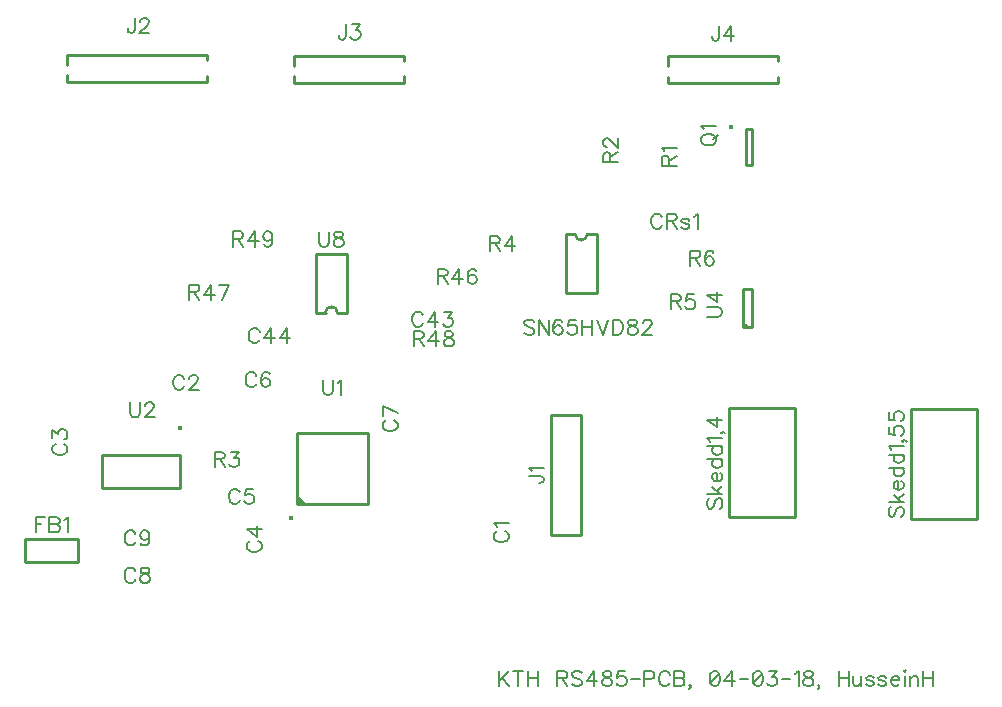
<source format=gto>
G04 DipTrace 3.2.0.1*
G04 RS-485_PCB.GTO*
%MOMM*%
G04 #@! TF.FileFunction,Legend,Top*
G04 #@! TF.Part,Single*
%ADD10C,0.25*%
%ADD24O,0.39172X0.39127*%
%ADD29O,0.399X0.401*%
%ADD32O,0.39124X0.39193*%
%ADD80C,0.19608*%
%FSLAX35Y35*%
G04*
G71*
G90*
G75*
G01*
G04 TopSilk*
%LPD*%
X2271267Y2514150D2*
D10*
X2716467D1*
Y2323350D1*
X2271267D1*
Y2514150D1*
X6973887Y3562033D2*
X6719887D1*
X6973887Y2546033D2*
Y3562033D1*
X6719887Y2546033D2*
Y3562033D1*
X6973887Y2546033D2*
X6719887D1*
X3805407Y6616648D2*
X2625380D1*
Y6531713D2*
Y6616648D1*
X3805407Y6386658D2*
Y6436658D1*
X2625380Y6386658D2*
Y6441626D1*
X3805407Y6386658D2*
X2625380D1*
X3805407Y6571662D2*
Y6616648D1*
X5476947Y6609360D2*
X4546947D1*
Y6524444D2*
Y6609360D1*
X5476947Y6379360D2*
Y6434353D1*
X4546947Y6379360D2*
Y6434353D1*
X5476947Y6379360D2*
X4546947D1*
X5476947Y6564372D2*
Y6609360D1*
X8639843Y6606730D2*
X7709843D1*
Y6521814D2*
Y6606730D1*
X8639843Y6376730D2*
Y6431723D1*
X7709843Y6376730D2*
Y6431723D1*
X8639843Y6376730D2*
X7709843D1*
X8639843Y6561742D2*
Y6606730D1*
D24*
X8246289Y6006783D3*
X8373650Y5983413D2*
D10*
Y5683427D1*
X8423650D1*
Y5983413D1*
X8373650D1*
X8791263Y3628507D2*
X8231263D1*
Y2698507D1*
X8791263D1*
Y3628507D1*
X10325843Y3617037D2*
X9765843D1*
Y2687037D1*
X10325843D1*
Y3617037D1*
X6848602Y5096592D2*
Y4596582D1*
X7108638Y5096592D2*
Y4596582D1*
X6848602D2*
X7108638D1*
X6928596Y5096592D2*
X6848602D1*
X7028644D2*
X7108638D1*
X6928596D2*
G03X7028644Y5096592I50024J23D01*
G01*
X4569447Y2813397D2*
X5169447D1*
Y3413597D1*
X4569447D1*
Y2813397D1*
G36*
D2*
X4649447D1*
X4569447Y2893497D1*
Y2813397D1*
G37*
D29*
X4524397Y2693447D3*
D32*
X3580096Y3455680D3*
X3582736Y3228986D2*
D10*
X2922768D1*
X3582736Y2948987D2*
X2922768D1*
Y3228986D2*
Y2948987D1*
X3582736Y3228986D2*
Y2948987D1*
X8345036Y4309180D2*
X8425064D1*
Y4629180D1*
X8345036D1*
Y4309180D1*
X8365043Y4324188D2*
X8365055Y4324536D1*
X8365092Y4324883D1*
X8365152Y4325226D1*
X8365237Y4325564D1*
X8365345Y4325895D1*
X8365475Y4326218D1*
X8365628Y4326532D1*
X8365803Y4326833D1*
X8365998Y4327122D1*
X8366213Y4327397D1*
X8366447Y4327656D1*
X8366698Y4327898D1*
X8366965Y4328122D1*
X8367248Y4328327D1*
X8367544Y4328511D1*
X8367852Y4328675D1*
X8368171Y4328817D1*
X8368499Y4328936D1*
X8368835Y4329032D1*
X8369176Y4329104D1*
X8369522Y4329153D1*
X8369870Y4329177D1*
X8370219D1*
X8370568Y4329153D1*
X8370913Y4329104D1*
X8371255Y4329032D1*
X8371590Y4328936D1*
X8371918Y4328817D1*
X8372237Y4328675D1*
X8372546Y4328511D1*
X8372842Y4328327D1*
X8373124Y4328122D1*
X8373392Y4327898D1*
X8373643Y4327656D1*
X8373876Y4327397D1*
X8374091Y4327122D1*
X8374286Y4326833D1*
X8374461Y4326532D1*
X8374614Y4326218D1*
X8374745Y4325895D1*
X8374853Y4325564D1*
X8374937Y4325226D1*
X8374998Y4324883D1*
X8375034Y4324536D1*
X8375047Y4324188D1*
X8375034Y4323840D1*
X8374998Y4323493D1*
X8374937Y4323150D1*
X8374853Y4322812D1*
X8374745Y4322481D1*
X8374614Y4322158D1*
X8374461Y4321844D1*
X8374286Y4321543D1*
X8374091Y4321254D1*
X8373876Y4320979D1*
X8373643Y4320720D1*
X8373392Y4320478D1*
X8373124Y4320254D1*
X8372842Y4320049D1*
X8372546Y4319865D1*
X8372237Y4319701D1*
X8371918Y4319559D1*
X8371590Y4319440D1*
X8371255Y4319344D1*
X8370913Y4319272D1*
X8370568Y4319223D1*
X8370219Y4319199D1*
X8369870D1*
X8369522Y4319223D1*
X8369176Y4319272D1*
X8368835Y4319344D1*
X8368499Y4319440D1*
X8368171Y4319559D1*
X8367852Y4319701D1*
X8367544Y4319865D1*
X8367248Y4320049D1*
X8366965Y4320254D1*
X8366698Y4320478D1*
X8366447Y4320720D1*
X8366213Y4320979D1*
X8365998Y4321254D1*
X8365803Y4321543D1*
X8365628Y4321844D1*
X8365475Y4322158D1*
X8365345Y4322481D1*
X8365237Y4322812D1*
X8365152Y4323150D1*
X8365092Y4323493D1*
X8365055Y4323840D1*
X8365043Y4324188D1*
X4992768Y4432752D2*
Y4932762D1*
X4732732Y4432752D2*
Y4932762D1*
X4992768D2*
X4732732D1*
X4912774Y4432752D2*
X4992768D1*
X4812726D2*
X4732732D1*
X4912774D2*
G03X4812726Y4432752I-50024J-23D01*
G01*
X6266640Y2580685D2*
D80*
X6254567Y2574649D1*
X6242353Y2562436D1*
X6236317Y2550362D1*
Y2526076D1*
X6242353Y2513862D1*
X6254567Y2501789D1*
X6266640Y2495612D1*
X6284890Y2489576D1*
X6315353D1*
X6333463Y2495612D1*
X6345676Y2501789D1*
X6357750Y2513862D1*
X6363926Y2526076D1*
Y2550362D1*
X6357750Y2562435D1*
X6345676Y2574649D1*
X6333463Y2580685D1*
X6260744Y2619901D2*
X6254567Y2632115D1*
X6236457Y2650365D1*
X6363926Y2650364D1*
X3614504Y3874284D2*
X3608467Y3886357D1*
X3596254Y3898570D1*
X3584181Y3904607D1*
X3559894D1*
X3547681Y3898570D1*
X3535608Y3886357D1*
X3529431Y3874284D1*
X3523394Y3856034D1*
Y3825570D1*
X3529431Y3807460D1*
X3535608Y3795247D1*
X3547681Y3783174D1*
X3559894Y3776997D1*
X3584181D1*
X3596254Y3783174D1*
X3608467Y3795247D1*
X3614504Y3807460D1*
X3659896Y3874143D2*
Y3880180D1*
X3665933Y3892393D1*
X3671969Y3898430D1*
X3684183Y3904466D1*
X3708469D1*
X3720543Y3898430D1*
X3726579Y3892393D1*
X3732756Y3880180D1*
Y3868107D1*
X3726579Y3855893D1*
X3714506Y3837784D1*
X3653719Y3776997D1*
X3738793D1*
X2528777Y3320901D2*
X2516704Y3314864D1*
X2504490Y3302651D1*
X2498453Y3290578D1*
Y3266291D1*
X2504490Y3254078D1*
X2516703Y3242005D1*
X2528776Y3235828D1*
X2547026Y3229791D1*
X2577490D1*
X2595600Y3235828D1*
X2607813Y3242005D1*
X2619886Y3254078D1*
X2626063Y3266291D1*
Y3290577D1*
X2619886Y3302651D1*
X2607813Y3314864D1*
X2595600Y3320901D1*
X2498594Y3372330D2*
Y3439012D1*
X2547167Y3402653D1*
Y3420903D1*
X2553204Y3432976D1*
X2559240Y3439012D1*
X2577490Y3445189D1*
X2589563D1*
X2607813Y3439012D1*
X2620027Y3426939D1*
X2626063Y3408689D1*
Y3390439D1*
X2620027Y3372330D1*
X2613850Y3366293D1*
X2601777Y3360116D1*
X4175657Y2497856D2*
X4163584Y2491819D1*
X4151370Y2479606D1*
X4145333Y2467533D1*
Y2443246D1*
X4151370Y2431033D1*
X4163583Y2418960D1*
X4175656Y2412783D1*
X4193906Y2406746D1*
X4224370D1*
X4242480Y2412783D1*
X4254693Y2418960D1*
X4266766Y2431033D1*
X4272943Y2443246D1*
Y2467533D1*
X4266766Y2479606D1*
X4254693Y2491819D1*
X4242480Y2497856D1*
X4272943Y2597858D2*
X4145474D1*
X4230407Y2537071D1*
Y2628181D1*
X4084960Y2910667D2*
X4078924Y2922740D1*
X4066710Y2934953D1*
X4054637Y2940990D1*
X4030351D1*
X4018137Y2934953D1*
X4006064Y2922740D1*
X3999887Y2910667D1*
X3993851Y2892417D1*
Y2861953D1*
X3999887Y2843844D1*
X4006064Y2831630D1*
X4018137Y2819557D1*
X4030351Y2813380D1*
X4054637D1*
X4066710Y2819557D1*
X4078924Y2831630D1*
X4084960Y2843844D1*
X4197036Y2940850D2*
X4136390D1*
X4130353Y2886240D1*
X4136390Y2892276D1*
X4154640Y2898453D1*
X4172749D1*
X4190999Y2892276D1*
X4203213Y2880203D1*
X4209249Y2861953D1*
Y2849880D1*
X4203213Y2831630D1*
X4190999Y2819417D1*
X4172749Y2813380D1*
X4154640D1*
X4136390Y2819417D1*
X4130353Y2825594D1*
X4124176Y2837667D1*
X4226519Y3899440D2*
X4220482Y3911513D1*
X4208269Y3923727D1*
X4196196Y3929763D1*
X4171909D1*
X4159696Y3923727D1*
X4147623Y3911513D1*
X4141446Y3899440D1*
X4135409Y3881190D1*
Y3850727D1*
X4141446Y3832617D1*
X4147623Y3820404D1*
X4159696Y3808331D1*
X4171909Y3802154D1*
X4196196D1*
X4208269Y3808331D1*
X4220482Y3820404D1*
X4226519Y3832617D1*
X4338594Y3911513D2*
X4332558Y3923586D1*
X4314308Y3929623D1*
X4302235D1*
X4283985Y3923586D1*
X4271771Y3905336D1*
X4265735Y3875013D1*
Y3844690D1*
X4271771Y3820404D1*
X4283985Y3808190D1*
X4302235Y3802154D1*
X4308271D1*
X4326381Y3808190D1*
X4338594Y3820404D1*
X4344631Y3838654D1*
Y3844690D1*
X4338594Y3862940D1*
X4326381Y3875013D1*
X4308271Y3881050D1*
X4302235D1*
X4283985Y3875013D1*
X4271771Y3862940D1*
X4265735Y3844690D1*
X5325667Y3520421D2*
X5313594Y3514384D1*
X5301380Y3502171D1*
X5295343Y3490098D1*
Y3465811D1*
X5301380Y3453598D1*
X5313593Y3441525D1*
X5325666Y3435348D1*
X5343916Y3429311D1*
X5374380D1*
X5392490Y3435348D1*
X5404703Y3441525D1*
X5416776Y3453598D1*
X5422953Y3465811D1*
Y3490097D1*
X5416776Y3502171D1*
X5404703Y3514384D1*
X5392490Y3520421D1*
X5422953Y3583923D2*
X5295484Y3644709D1*
Y3559636D1*
X3202931Y2242474D2*
X3196894Y2254547D1*
X3184681Y2266760D1*
X3172608Y2272797D1*
X3148321D1*
X3136108Y2266760D1*
X3124034Y2254547D1*
X3117858Y2242474D1*
X3111821Y2224224D1*
Y2193760D1*
X3117858Y2175650D1*
X3124034Y2163437D1*
X3136108Y2151364D1*
X3148321Y2145187D1*
X3172608D1*
X3184681Y2151364D1*
X3196894Y2163437D1*
X3202931Y2175650D1*
X3272469Y2272656D2*
X3254360Y2266620D1*
X3248183Y2254547D1*
Y2242333D1*
X3254360Y2230260D1*
X3266433Y2224083D1*
X3290719Y2218047D1*
X3308969Y2212010D1*
X3321042Y2199797D1*
X3327079Y2187724D1*
Y2169474D1*
X3321042Y2157400D1*
X3315006Y2151224D1*
X3296756Y2145187D1*
X3272469D1*
X3254360Y2151224D1*
X3248183Y2157400D1*
X3242146Y2169474D1*
Y2187724D1*
X3248183Y2199797D1*
X3260396Y2212010D1*
X3278506Y2218047D1*
X3302792Y2224083D1*
X3315006Y2230260D1*
X3321042Y2242333D1*
Y2254547D1*
X3315006Y2266620D1*
X3296756Y2272656D1*
X3272469D1*
X3203172Y2559007D2*
X3197135Y2571080D1*
X3184922Y2583293D1*
X3172849Y2589330D1*
X3148562D1*
X3136349Y2583293D1*
X3124276Y2571080D1*
X3118099Y2559007D1*
X3112062Y2540757D1*
Y2510293D1*
X3118099Y2492184D1*
X3124276Y2479970D1*
X3136349Y2467897D1*
X3148562Y2461720D1*
X3172849D1*
X3184922Y2467897D1*
X3197135Y2479970D1*
X3203172Y2492184D1*
X3321424Y2546793D2*
X3315247Y2528543D1*
X3303174Y2516330D1*
X3284924Y2510293D1*
X3278888D1*
X3260638Y2516330D1*
X3248565Y2528543D1*
X3242388Y2546793D1*
Y2552830D1*
X3248565Y2571080D1*
X3260638Y2583153D1*
X3278888Y2589190D1*
X3284924D1*
X3303174Y2583153D1*
X3315247Y2571080D1*
X3321424Y2546793D1*
Y2516330D1*
X3315247Y2486007D1*
X3303174Y2467757D1*
X3284924Y2461720D1*
X3272851D1*
X3254601Y2467757D1*
X3248565Y2479970D1*
X5637421Y4409600D2*
X5631385Y4421673D1*
X5619171Y4433887D1*
X5607098Y4439923D1*
X5582811D1*
X5570598Y4433887D1*
X5558525Y4421673D1*
X5552348Y4409600D1*
X5546311Y4391350D1*
Y4360887D1*
X5552348Y4342777D1*
X5558525Y4330564D1*
X5570598Y4318491D1*
X5582811Y4312314D1*
X5607098D1*
X5619171Y4318491D1*
X5631385Y4330564D1*
X5637421Y4342777D1*
X5737423Y4312314D2*
Y4439783D1*
X5676637Y4354850D1*
X5767746D1*
X5819176Y4439783D2*
X5885858D1*
X5849499Y4391210D1*
X5867749D1*
X5879822Y4385173D1*
X5885858Y4379137D1*
X5892035Y4360887D1*
Y4348814D1*
X5885858Y4330564D1*
X5873785Y4318350D1*
X5855535Y4312314D1*
X5837285D1*
X5819176Y4318350D1*
X5813139Y4324527D1*
X5806962Y4336600D1*
X4254060Y4271740D2*
X4248023Y4283813D1*
X4235810Y4296027D1*
X4223736Y4302063D1*
X4199450D1*
X4187236Y4296027D1*
X4175163Y4283813D1*
X4168986Y4271740D1*
X4162950Y4253490D1*
Y4223027D1*
X4168986Y4204917D1*
X4175163Y4192704D1*
X4187236Y4180631D1*
X4199450Y4174454D1*
X4223736D1*
X4235810Y4180631D1*
X4248023Y4192704D1*
X4254060Y4204917D1*
X4354062Y4174454D2*
Y4301923D1*
X4293275Y4216990D1*
X4384385D1*
X4484387Y4174454D2*
Y4301923D1*
X4423600Y4216990D1*
X4514710D1*
X7662948Y5239700D2*
X7656912Y5251773D1*
X7644698Y5263987D1*
X7632625Y5270023D1*
X7608339D1*
X7596125Y5263987D1*
X7584052Y5251773D1*
X7577875Y5239700D1*
X7571839Y5221450D1*
Y5190987D1*
X7577875Y5172877D1*
X7584052Y5160664D1*
X7596125Y5148591D1*
X7608339Y5142414D1*
X7632625D1*
X7644698Y5148591D1*
X7656912Y5160664D1*
X7662948Y5172877D1*
X7702164Y5209237D2*
X7756773D1*
X7775023Y5215414D1*
X7781200Y5221450D1*
X7787237Y5233523D1*
Y5245737D1*
X7781200Y5257810D1*
X7775023Y5263987D1*
X7756773Y5270023D1*
X7702164D1*
Y5142414D1*
X7744700Y5209237D2*
X7787237Y5142414D1*
X7893276Y5209237D2*
X7887239Y5221450D1*
X7868989Y5227487D1*
X7850739D1*
X7832489Y5221450D1*
X7826453Y5209237D1*
X7832489Y5197164D1*
X7844703Y5190987D1*
X7875026Y5184950D1*
X7887239Y5178914D1*
X7893276Y5166700D1*
Y5160664D1*
X7887239Y5148591D1*
X7868989Y5142414D1*
X7850739D1*
X7832489Y5148591D1*
X7826453Y5160664D1*
X7932491Y5245596D2*
X7944705Y5251773D1*
X7962955Y5269883D1*
Y5142414D1*
X2436401Y2700137D2*
X2357364D1*
Y2572527D1*
Y2639350D2*
X2405938D1*
X2475617Y2700137D2*
Y2572527D1*
X2530367D1*
X2548617Y2578704D1*
X2554653Y2584740D1*
X2560690Y2596814D1*
Y2615064D1*
X2554653Y2627277D1*
X2548617Y2633314D1*
X2530367Y2639350D1*
X2548617Y2645527D1*
X2554653Y2651564D1*
X2560690Y2663637D1*
Y2675850D1*
X2554653Y2687923D1*
X2548617Y2694100D1*
X2530367Y2700137D1*
X2475617D1*
Y2639350D2*
X2530367D1*
X2599905Y2675710D2*
X2612119Y2681887D1*
X2630369Y2699996D1*
Y2572527D1*
X6533900Y3049587D2*
X6631046D1*
X6649296Y3043551D1*
X6655333Y3037374D1*
X6661510Y3025301D1*
Y3013087D1*
X6655333Y3001014D1*
X6649296Y2994978D1*
X6631046Y2988801D1*
X6618973D1*
X6558327Y3088803D2*
X6552150Y3101016D1*
X6534041Y3119266D1*
X6661510D1*
X3198116Y6928075D2*
Y6830929D1*
X3192079Y6812679D1*
X3185902Y6806642D1*
X3173829Y6800465D1*
X3161616D1*
X3149542Y6806642D1*
X3143506Y6812679D1*
X3137329Y6830929D1*
Y6843002D1*
X3243508Y6897611D2*
Y6903648D1*
X3249545Y6915861D1*
X3255581Y6921898D1*
X3267795Y6927935D1*
X3292081D1*
X3304154Y6921898D1*
X3310191Y6915861D1*
X3316368Y6903648D1*
Y6891575D1*
X3310191Y6879361D1*
X3298118Y6861252D1*
X3237331Y6800465D1*
X3322404D1*
X4985019Y6872540D2*
Y6775394D1*
X4978982Y6757144D1*
X4972805Y6751107D1*
X4960732Y6744930D1*
X4948519D1*
X4936446Y6751107D1*
X4930409Y6757144D1*
X4924232Y6775394D1*
Y6787467D1*
X5036448Y6872400D2*
X5103131D1*
X5066771Y6823826D1*
X5085021D1*
X5097094Y6817790D1*
X5103131Y6811753D1*
X5109308Y6793503D1*
Y6781430D1*
X5103131Y6763180D1*
X5091058Y6750967D1*
X5072808Y6744930D1*
X5054558D1*
X5036448Y6750967D1*
X5030411Y6757144D1*
X5024235Y6769217D1*
X8144897Y6860260D2*
Y6763114D1*
X8138861Y6744864D1*
X8132684Y6738827D1*
X8120611Y6732650D1*
X8108397D1*
X8096324Y6738827D1*
X8090288Y6744864D1*
X8084111Y6763114D1*
Y6775187D1*
X8244900Y6732650D2*
Y6860120D1*
X8184113Y6775187D1*
X8275223D1*
X7992470Y5885097D2*
X7998366Y5873024D1*
X8010580Y5860811D1*
X8022793Y5854774D1*
X8041043Y5848597D1*
X8071366D1*
X8089616Y5854774D1*
X8101689Y5860811D1*
X8113903Y5873024D1*
X8119939Y5885097D1*
Y5909384D1*
X8113903Y5921597D1*
X8101689Y5933670D1*
X8089616Y5939707D1*
X8071366Y5945884D1*
X8041043D1*
X8022793Y5939707D1*
X8010580Y5933670D1*
X7998366Y5921597D1*
X7992470Y5909384D1*
Y5885097D1*
X8095653Y5903347D2*
X8132153Y5939707D1*
X8016897Y5985100D2*
X8010720Y5997313D1*
X7992611Y6015563D1*
X8120080D1*
X7718427Y5675978D2*
Y5730587D1*
X7712250Y5748837D1*
X7706213Y5755014D1*
X7694140Y5761051D1*
X7681927D1*
X7669854Y5755014D1*
X7663677Y5748837D1*
X7657640Y5730587D1*
Y5675978D1*
X7785250D1*
X7718427Y5718514D2*
X7785250Y5761050D1*
X7682067Y5800266D2*
X7675890Y5812480D1*
X7657781Y5830730D1*
X7785250Y5830729D1*
X7224457Y5704273D2*
Y5758882D1*
X7218280Y5777132D1*
X7212243Y5783309D1*
X7200170Y5789346D1*
X7187957D1*
X7175884Y5783309D1*
X7169707Y5777132D1*
X7163670Y5758882D1*
Y5704273D1*
X7291280D1*
X7224457Y5746809D2*
X7291280Y5789346D1*
X7194134Y5834738D2*
X7188097D1*
X7175884Y5840775D1*
X7169847Y5846811D1*
X7163811Y5859025D1*
Y5883311D1*
X7169847Y5895384D1*
X7175884Y5901421D1*
X7188097Y5907598D1*
X7200170D1*
X7212384Y5901421D1*
X7230493Y5889348D1*
X7291280Y5828561D1*
Y5913634D1*
X3875112Y3192460D2*
X3929722D1*
X3947972Y3198637D1*
X3954149Y3204674D1*
X3960185Y3216747D1*
Y3228960D1*
X3954149Y3241033D1*
X3947972Y3247210D1*
X3929722Y3253247D1*
X3875112D1*
Y3125637D1*
X3917649Y3192460D2*
X3960185Y3125637D1*
X4011615Y3253106D2*
X4078297D1*
X4041938Y3204533D1*
X4060188D1*
X4072261Y3198497D1*
X4078297Y3192460D1*
X4084474Y3174210D1*
Y3162137D1*
X4078297Y3143887D1*
X4066224Y3131674D1*
X4047974Y3125637D1*
X4029724D1*
X4011615Y3131674D1*
X4005578Y3137850D1*
X3999401Y3149924D1*
X6204971Y5019840D2*
X6259580D1*
X6277830Y5026017D1*
X6284007Y5032054D1*
X6290044Y5044127D1*
Y5056340D1*
X6284007Y5068413D1*
X6277830Y5074590D1*
X6259580Y5080627D1*
X6204971D1*
Y4953017D1*
X6247507Y5019840D2*
X6290044Y4953017D1*
X6390046D2*
Y5080486D1*
X6329260Y4995554D1*
X6420369D1*
X7734946Y4527173D2*
X7789555D1*
X7807805Y4533350D1*
X7813982Y4539387D1*
X7820019Y4551460D1*
Y4563673D1*
X7813982Y4575746D1*
X7807805Y4581923D1*
X7789555Y4587960D1*
X7734946D1*
Y4460350D1*
X7777482Y4527173D2*
X7820019Y4460350D1*
X7932094Y4587820D2*
X7871448D1*
X7865411Y4533210D1*
X7871448Y4539246D1*
X7889698Y4545423D1*
X7907808D1*
X7926058Y4539246D1*
X7938271Y4527173D1*
X7944308Y4508923D1*
Y4496850D1*
X7938271Y4478600D1*
X7926058Y4466387D1*
X7907808Y4460350D1*
X7889698D1*
X7871448Y4466387D1*
X7865411Y4472564D1*
X7859235Y4484637D1*
X7900438Y4896783D2*
X7955047D1*
X7973297Y4902960D1*
X7979474Y4908997D1*
X7985511Y4921070D1*
Y4933283D1*
X7979474Y4945356D1*
X7973297Y4951533D1*
X7955047Y4957570D1*
X7900438D1*
Y4829960D1*
X7942974Y4896783D2*
X7985511Y4829960D1*
X8097586Y4939320D2*
X8091549Y4951393D1*
X8073299Y4957430D1*
X8061226D1*
X8042976Y4951393D1*
X8030763Y4933143D1*
X8024726Y4902820D1*
Y4872497D1*
X8030763Y4848210D1*
X8042976Y4835997D1*
X8061226Y4829960D1*
X8067263D1*
X8085372Y4835997D1*
X8097586Y4848210D1*
X8103622Y4866460D1*
Y4872497D1*
X8097586Y4890747D1*
X8085372Y4902820D1*
X8067263Y4908856D1*
X8061226D1*
X8042976Y4902820D1*
X8030763Y4890747D1*
X8024726Y4872497D1*
X5761772Y4742997D2*
X5816381D1*
X5834631Y4749174D1*
X5840808Y4755210D1*
X5846845Y4767283D1*
Y4779497D1*
X5840808Y4791570D1*
X5834631Y4797747D1*
X5816381Y4803783D1*
X5761772D1*
Y4676174D1*
X5804308Y4742997D2*
X5846845Y4676174D1*
X5946847D2*
Y4803643D1*
X5886060Y4718710D1*
X5977170D1*
X6089245Y4785533D2*
X6083209Y4797606D1*
X6064959Y4803643D1*
X6052886D1*
X6034636Y4797606D1*
X6022422Y4779356D1*
X6016386Y4749033D1*
Y4718710D1*
X6022422Y4694424D1*
X6034636Y4682210D1*
X6052886Y4676174D1*
X6058922D1*
X6077032Y4682210D1*
X6089245Y4694424D1*
X6095282Y4712674D1*
Y4718710D1*
X6089245Y4736960D1*
X6077032Y4749033D1*
X6058922Y4755070D1*
X6052886D1*
X6034636Y4749033D1*
X6022422Y4736960D1*
X6016386Y4718710D1*
X3659753Y4608113D2*
X3714363D1*
X3732613Y4614290D1*
X3738790Y4620327D1*
X3744826Y4632400D1*
Y4644613D1*
X3738790Y4656686D1*
X3732613Y4662863D1*
X3714363Y4668900D1*
X3659753D1*
Y4541290D1*
X3702290Y4608113D2*
X3744826Y4541290D1*
X3844828D2*
Y4668760D1*
X3784042Y4583827D1*
X3875151D1*
X3938654Y4541290D2*
X3999440Y4668760D1*
X3914367D1*
X5560293Y4212867D2*
X5614903D1*
X5633153Y4219044D1*
X5639330Y4225080D1*
X5645366Y4237153D1*
Y4249367D1*
X5639330Y4261440D1*
X5633153Y4267617D1*
X5614903Y4273653D1*
X5560293D1*
Y4146044D1*
X5602830Y4212867D2*
X5645366Y4146044D1*
X5745369D2*
Y4273513D1*
X5684582Y4188580D1*
X5775692D1*
X5845230Y4273513D2*
X5827121Y4267476D1*
X5820944Y4255403D1*
Y4243190D1*
X5827121Y4231117D1*
X5839194Y4224940D1*
X5863480Y4218903D1*
X5881730Y4212867D1*
X5893804Y4200653D1*
X5899840Y4188580D1*
Y4170330D1*
X5893804Y4158257D1*
X5887767Y4152080D1*
X5869517Y4146044D1*
X5845230D1*
X5827121Y4152080D1*
X5820944Y4158257D1*
X5814907Y4170330D1*
Y4188580D1*
X5820944Y4200653D1*
X5833157Y4212867D1*
X5851267Y4218903D1*
X5875554Y4224940D1*
X5887767Y4231117D1*
X5893804Y4243190D1*
Y4255403D1*
X5887767Y4267476D1*
X5869517Y4273513D1*
X5845230D1*
X4030215Y5059453D2*
X4084824D1*
X4103074Y5065630D1*
X4109251Y5071667D1*
X4115288Y5083740D1*
Y5095953D1*
X4109251Y5108026D1*
X4103074Y5114203D1*
X4084824Y5120240D1*
X4030215D1*
Y4992630D1*
X4072751Y5059453D2*
X4115288Y4992630D1*
X4215290D2*
Y5120100D1*
X4154503Y5035167D1*
X4245613D1*
X4363865Y5077703D2*
X4357688Y5059453D1*
X4345615Y5047240D1*
X4327365Y5041203D1*
X4321329D1*
X4303079Y5047240D1*
X4291006Y5059453D1*
X4284829Y5077703D1*
Y5083740D1*
X4291006Y5101990D1*
X4303079Y5114063D1*
X4321329Y5120100D1*
X4327365D1*
X4345615Y5114063D1*
X4357688Y5101990D1*
X4363865Y5077703D1*
Y5047240D1*
X4357688Y5016917D1*
X4345615Y4998667D1*
X4327365Y4992630D1*
X4315292D1*
X4297042Y4998667D1*
X4291006Y5010880D1*
X8063527Y2859194D2*
X8051313Y2847121D1*
X8045277Y2828871D1*
Y2804585D1*
X8051313Y2786335D1*
X8063527Y2774121D1*
X8075600D1*
X8087813Y2780298D1*
X8093850Y2786335D1*
X8099886Y2798408D1*
X8112100Y2834908D1*
X8118136Y2847121D1*
X8124313Y2853158D1*
X8136387Y2859194D1*
X8154636D1*
X8166710Y2847121D1*
X8172887Y2828871D1*
X8172886Y2804585D1*
X8166709Y2786335D1*
X8154636Y2774121D1*
X8045277Y2898410D2*
X8172886D1*
X8087813Y2959196D2*
X8148600Y2898410D1*
X8124313Y2922696D2*
X8172886Y2965233D1*
X8124313Y3004449D2*
Y3077308D1*
X8112100D1*
X8099886Y3071272D1*
X8093850Y3065235D1*
X8087813Y3053022D1*
Y3034772D1*
X8093850Y3022699D1*
X8106063Y3010485D1*
X8124313Y3004449D1*
X8136386D1*
X8154636Y3010485D1*
X8166709Y3022699D1*
X8172886Y3034772D1*
Y3053022D1*
X8166709Y3065235D1*
X8154636Y3077308D1*
X8045277Y3189383D2*
X8172886D1*
X8106063D2*
X8093850Y3177310D1*
X8087813Y3165097D1*
Y3146847D1*
X8093850Y3134774D1*
X8106063Y3122560D1*
X8124313Y3116524D1*
X8136386D1*
X8154636Y3122560D1*
X8166709Y3134774D1*
X8172886Y3146847D1*
Y3165097D1*
X8166709Y3177310D1*
X8154636Y3189383D1*
X8045277Y3301459D2*
X8172886D1*
X8106063D2*
X8093850Y3289386D1*
X8087813Y3277172D1*
Y3258922D1*
X8093850Y3246849D1*
X8106063Y3234636D1*
X8124313Y3228599D1*
X8136386D1*
X8154636Y3234636D1*
X8166709Y3246849D1*
X8172886Y3258922D1*
Y3277172D1*
X8166709Y3289386D1*
X8154636Y3301459D1*
X8069704Y3340674D2*
X8063527Y3352888D1*
X8045417Y3371138D1*
X8172886D1*
X8166850Y3422567D2*
X8172886Y3416390D1*
X8166850Y3410354D1*
X8160673Y3416390D1*
X8166850Y3422567D1*
X8178923D1*
X8191136Y3416390D1*
X8197173Y3410354D1*
X8172886Y3522569D2*
X8045417D1*
X8130350Y3461783D1*
Y3552892D1*
X9598107Y2788598D2*
X9585893Y2776525D1*
X9579857Y2758275D1*
Y2733989D1*
X9585893Y2715739D1*
X9598107Y2703525D1*
X9610180D1*
X9622393Y2709702D1*
X9628430Y2715739D1*
X9634466Y2727812D1*
X9646680Y2764312D1*
X9652716Y2776525D1*
X9658893Y2782562D1*
X9670967Y2788598D1*
X9689216D1*
X9701290Y2776525D1*
X9707467Y2758275D1*
X9707466Y2733989D1*
X9701289Y2715739D1*
X9689216Y2703525D1*
X9579857Y2827814D2*
X9707466D1*
X9622393Y2888600D2*
X9683180Y2827814D1*
X9658893Y2852100D2*
X9707466Y2894637D1*
X9658893Y2933852D2*
Y3006712D1*
X9646680D1*
X9634466Y3000676D1*
X9628430Y2994639D1*
X9622393Y2982426D1*
Y2964176D1*
X9628430Y2952102D1*
X9640643Y2939889D1*
X9658893Y2933852D1*
X9670966D1*
X9689216Y2939889D1*
X9701289Y2952102D1*
X9707466Y2964175D1*
Y2982425D1*
X9701289Y2994639D1*
X9689216Y3006712D1*
X9579857Y3118787D2*
X9707466D1*
X9640643D2*
X9628430Y3106714D1*
X9622393Y3094501D1*
Y3076251D1*
X9628430Y3064178D1*
X9640643Y3051964D1*
X9658893Y3045928D1*
X9670966D1*
X9689216Y3051964D1*
X9701289Y3064178D1*
X9707466Y3076251D1*
Y3094501D1*
X9701289Y3106714D1*
X9689216Y3118787D1*
X9579857Y3230863D2*
X9707466D1*
X9640643D2*
X9628430Y3218790D1*
X9622393Y3206576D1*
Y3188326D1*
X9628430Y3176253D1*
X9640643Y3164040D1*
X9658893Y3158003D1*
X9670966D1*
X9689216Y3164040D1*
X9701289Y3176253D1*
X9707466Y3188326D1*
Y3206576D1*
X9701289Y3218790D1*
X9689216Y3230863D1*
X9604284Y3270078D2*
X9598107Y3282292D1*
X9579997Y3300542D1*
X9707466D1*
X9701430Y3351971D2*
X9707466Y3345794D1*
X9701430Y3339757D1*
X9695253Y3345794D1*
X9701430Y3351971D1*
X9713503D1*
X9725716Y3345794D1*
X9731753Y3339757D1*
X9579997Y3464046D2*
Y3403400D1*
X9634607Y3397364D1*
X9628570Y3403400D1*
X9622393Y3421650D1*
Y3439760D1*
X9628570Y3458010D1*
X9640643Y3470223D1*
X9658893Y3476260D1*
X9670966D1*
X9689216Y3470223D1*
X9701430Y3458010D1*
X9707466Y3439760D1*
Y3421650D1*
X9701430Y3403400D1*
X9695253Y3397364D1*
X9683180Y3391187D1*
X9579997Y3588335D2*
Y3527689D1*
X9634607Y3521652D1*
X9628570Y3527689D1*
X9622393Y3545939D1*
Y3564048D1*
X9628570Y3582298D1*
X9640643Y3594512D1*
X9658893Y3600548D1*
X9670966D1*
X9689216Y3594512D1*
X9701430Y3582298D1*
X9707466Y3564048D1*
Y3545939D1*
X9701430Y3527689D1*
X9695253Y3521652D1*
X9683180Y3515475D1*
X6579120Y4354512D2*
X6567047Y4366725D1*
X6548797Y4372762D1*
X6524511D1*
X6506261Y4366725D1*
X6494047Y4354512D1*
Y4342439D1*
X6500224Y4330225D1*
X6506261Y4324189D1*
X6518334Y4318152D1*
X6554834Y4305939D1*
X6567047Y4299902D1*
X6573084Y4293725D1*
X6579120Y4281652D1*
Y4263402D1*
X6567047Y4251329D1*
X6548797Y4245152D1*
X6524511D1*
X6506261Y4251329D1*
X6494047Y4263402D1*
X6703409Y4372762D2*
Y4245152D1*
X6618336Y4372762D1*
Y4245152D1*
X6815484Y4354512D2*
X6809448Y4366585D1*
X6791198Y4372621D1*
X6779125D1*
X6760875Y4366585D1*
X6748661Y4348335D1*
X6742625Y4318012D1*
Y4287689D1*
X6748661Y4263402D1*
X6760875Y4251189D1*
X6779125Y4245152D1*
X6785161D1*
X6803271Y4251189D1*
X6815484Y4263402D1*
X6821521Y4281652D1*
Y4287689D1*
X6815484Y4305939D1*
X6803271Y4318012D1*
X6785161Y4324048D1*
X6779125D1*
X6760875Y4318012D1*
X6748661Y4305939D1*
X6742625Y4287689D1*
X6933596Y4372621D2*
X6872950D1*
X6866913Y4318012D1*
X6872950Y4324048D1*
X6891200Y4330225D1*
X6909310D1*
X6927560Y4324048D1*
X6939773Y4311975D1*
X6945810Y4293725D1*
Y4281652D1*
X6939773Y4263402D1*
X6927560Y4251189D1*
X6909310Y4245152D1*
X6891200D1*
X6872950Y4251189D1*
X6866913Y4257365D1*
X6860737Y4269439D1*
X6985025Y4372762D2*
Y4245152D1*
X7070098Y4372762D2*
Y4245152D1*
X6985025Y4311975D2*
X7070098D1*
X7109314Y4372762D2*
X7157887Y4245152D1*
X7206460Y4372762D1*
X7245676D2*
Y4245152D1*
X7288212D1*
X7306462Y4251329D1*
X7318676Y4263402D1*
X7324712Y4275615D1*
X7330749Y4293725D1*
Y4324189D1*
X7324712Y4342439D1*
X7318676Y4354512D1*
X7306462Y4366725D1*
X7288212Y4372762D1*
X7245676D1*
X7400288Y4372621D2*
X7382178Y4366585D1*
X7376001Y4354512D1*
Y4342298D1*
X7382178Y4330225D1*
X7394251Y4324048D1*
X7418538Y4318012D1*
X7436788Y4311975D1*
X7448861Y4299762D1*
X7454897Y4287689D1*
Y4269439D1*
X7448861Y4257365D1*
X7442824Y4251189D1*
X7424574Y4245152D1*
X7400288D1*
X7382178Y4251189D1*
X7376001Y4257365D1*
X7369965Y4269439D1*
Y4287689D1*
X7376001Y4299762D1*
X7388215Y4311975D1*
X7406324Y4318012D1*
X7430611Y4324048D1*
X7442824Y4330225D1*
X7448861Y4342298D1*
Y4354512D1*
X7442824Y4366585D1*
X7424574Y4372621D1*
X7400288D1*
X7500290Y4342298D2*
Y4348335D1*
X7506327Y4360548D1*
X7512363Y4366585D1*
X7524577Y4372621D1*
X7548863D1*
X7560936Y4366585D1*
X7566973Y4360548D1*
X7573150Y4348335D1*
Y4336262D1*
X7566973Y4324048D1*
X7554900Y4305939D1*
X7494113Y4245152D1*
X7579186D1*
X4792071Y3863167D2*
Y3772057D1*
X4798107Y3753807D1*
X4810321Y3741734D1*
X4828571Y3735557D1*
X4840644D1*
X4858894Y3741734D1*
X4871107Y3753807D1*
X4877144Y3772057D1*
Y3863167D1*
X4916359Y3838740D2*
X4928573Y3844917D1*
X4946823Y3863026D1*
Y3735557D1*
X3156532Y3672473D2*
Y3581364D1*
X3162569Y3563114D1*
X3174782Y3551041D1*
X3193032Y3544864D1*
X3205105D1*
X3223355Y3551041D1*
X3235569Y3563114D1*
X3241605Y3581364D1*
Y3672473D1*
X3286998Y3642010D2*
Y3648046D1*
X3293035Y3660260D1*
X3299071Y3666296D1*
X3311285Y3672333D1*
X3335571D1*
X3347644Y3666296D1*
X3353681Y3660260D1*
X3359858Y3648046D1*
Y3635973D1*
X3353681Y3623760D1*
X3341608Y3605650D1*
X3280821Y3544864D1*
X3365894D1*
X8041710Y4396141D2*
X8132820D1*
X8151070Y4402178D1*
X8163143Y4414391D1*
X8169320Y4432641D1*
Y4444714D1*
X8163143Y4462964D1*
X8151070Y4475177D1*
X8132820Y4481214D1*
X8041710D1*
X8169320Y4581216D2*
X8041851D1*
X8126783Y4520430D1*
Y4611539D1*
X4758139Y5118748D2*
Y5027639D1*
X4764176Y5009389D1*
X4776389Y4997316D1*
X4794639Y4991139D1*
X4806712D1*
X4824962Y4997316D1*
X4837176Y5009389D1*
X4843212Y5027639D1*
Y5118748D1*
X4912751Y5118608D2*
X4894641Y5112571D1*
X4888465Y5100498D1*
Y5088285D1*
X4894641Y5076212D1*
X4906715Y5070035D1*
X4931001Y5063998D1*
X4949251Y5057962D1*
X4961324Y5045748D1*
X4967361Y5033675D1*
Y5015425D1*
X4961324Y5003352D1*
X4955288Y4997175D1*
X4937038Y4991139D1*
X4912751D1*
X4894641Y4997175D1*
X4888465Y5003352D1*
X4882428Y5015425D1*
Y5033675D1*
X4888465Y5045748D1*
X4900678Y5057962D1*
X4918788Y5063998D1*
X4943074Y5070035D1*
X4955288Y5076212D1*
X4961324Y5088285D1*
Y5100498D1*
X4955288Y5112571D1*
X4937038Y5118608D1*
X4912751D1*
X6279287Y1398035D2*
Y1270425D1*
X6364360Y1398035D2*
X6279287Y1312962D1*
X6309610Y1343425D2*
X6364360Y1270425D1*
X6446113Y1398035D2*
Y1270425D1*
X6403576Y1398035D2*
X6488649D1*
X6527865D2*
Y1270425D1*
X6612938Y1398035D2*
Y1270425D1*
X6527865Y1337248D2*
X6612938D1*
X6775600D2*
X6830210D1*
X6848460Y1343425D1*
X6854637Y1349462D1*
X6860673Y1361535D1*
Y1373748D1*
X6854637Y1385821D1*
X6848460Y1391998D1*
X6830210Y1398035D1*
X6775600D1*
Y1270425D1*
X6818137Y1337248D2*
X6860673Y1270425D1*
X6984962Y1379785D2*
X6972889Y1391998D1*
X6954639Y1398035D1*
X6930352D1*
X6912102Y1391998D1*
X6899889Y1379785D1*
Y1367712D1*
X6906066Y1355498D1*
X6912102Y1349462D1*
X6924175Y1343425D1*
X6960675Y1331212D1*
X6972889Y1325175D1*
X6978925Y1318998D1*
X6984962Y1306925D1*
Y1288675D1*
X6972889Y1276602D1*
X6954639Y1270425D1*
X6930352D1*
X6912102Y1276602D1*
X6899889Y1288675D1*
X7084964Y1270425D2*
Y1397895D1*
X7024178Y1312962D1*
X7115287D1*
X7184826Y1397895D2*
X7166716Y1391858D1*
X7160539Y1379785D1*
Y1367571D1*
X7166716Y1355498D1*
X7178789Y1349321D1*
X7203076Y1343285D1*
X7221326Y1337248D1*
X7233399Y1325035D1*
X7239436Y1312962D1*
Y1294712D1*
X7233399Y1282639D1*
X7227362Y1276462D1*
X7209112Y1270425D1*
X7184826D1*
X7166716Y1276462D1*
X7160539Y1282639D1*
X7154503Y1294712D1*
Y1312962D1*
X7160539Y1325035D1*
X7172753Y1337248D1*
X7190862Y1343285D1*
X7215149Y1349321D1*
X7227362Y1355498D1*
X7233399Y1367571D1*
Y1379785D1*
X7227362Y1391858D1*
X7209112Y1397895D1*
X7184826D1*
X7351511D2*
X7290865D1*
X7284828Y1343285D1*
X7290865Y1349321D1*
X7309115Y1355498D1*
X7327224D1*
X7345474Y1349321D1*
X7357688Y1337248D1*
X7363724Y1318998D1*
Y1306925D1*
X7357688Y1288675D1*
X7345474Y1276462D1*
X7327224Y1270425D1*
X7309115D1*
X7290865Y1276462D1*
X7284828Y1282639D1*
X7278651Y1294712D1*
X7402940Y1334160D2*
X7473132D1*
X7512348Y1331212D2*
X7567098D1*
X7585208Y1337248D1*
X7591385Y1343425D1*
X7597421Y1355498D1*
Y1373748D1*
X7591385Y1385821D1*
X7585208Y1391998D1*
X7567098Y1398035D1*
X7512348D1*
Y1270425D1*
X7727746Y1367712D2*
X7721710Y1379785D1*
X7709496Y1391998D1*
X7697423Y1398035D1*
X7673137D1*
X7660923Y1391998D1*
X7648850Y1379785D1*
X7642673Y1367712D1*
X7636637Y1349462D1*
Y1318998D1*
X7642673Y1300889D1*
X7648850Y1288675D1*
X7660923Y1276602D1*
X7673137Y1270425D1*
X7697423D1*
X7709496Y1276602D1*
X7721710Y1288675D1*
X7727746Y1300889D1*
X7766962Y1398035D2*
Y1270425D1*
X7821712D1*
X7839962Y1276602D1*
X7845999Y1282639D1*
X7852035Y1294712D1*
Y1312962D1*
X7845999Y1325175D1*
X7839962Y1331212D1*
X7821712Y1337248D1*
X7839962Y1343425D1*
X7845999Y1349462D1*
X7852035Y1361535D1*
Y1373748D1*
X7845999Y1385821D1*
X7839962Y1391998D1*
X7821712Y1398035D1*
X7766962D1*
Y1337248D2*
X7821712D1*
X7903464Y1276462D2*
X7897287Y1270425D1*
X7891251Y1276462D1*
X7897287Y1282639D1*
X7903464Y1276462D1*
Y1264389D1*
X7897287Y1252175D1*
X7891251Y1246139D1*
X8102626Y1397895D2*
X8084376Y1391858D1*
X8072163Y1373608D1*
X8066126Y1343285D1*
Y1325035D1*
X8072163Y1294712D1*
X8084376Y1276462D1*
X8102626Y1270425D1*
X8114699D1*
X8132949Y1276462D1*
X8145023Y1294712D1*
X8151199Y1325035D1*
Y1343285D1*
X8145023Y1373608D1*
X8132949Y1391858D1*
X8114699Y1397895D1*
X8102626D1*
X8145023Y1373608D2*
X8072163Y1294712D1*
X8251202Y1270425D2*
Y1397895D1*
X8190415Y1312962D1*
X8281525D1*
X8320740Y1334160D2*
X8390933D1*
X8466648Y1397895D2*
X8448398Y1391858D1*
X8436185Y1373608D1*
X8430148Y1343285D1*
Y1325035D1*
X8436185Y1294712D1*
X8448398Y1276462D1*
X8466648Y1270425D1*
X8478722D1*
X8496972Y1276462D1*
X8509045Y1294712D1*
X8515222Y1325035D1*
Y1343285D1*
X8509045Y1373608D1*
X8496972Y1391858D1*
X8478722Y1397895D1*
X8466648D1*
X8509045Y1373608D2*
X8436185Y1294712D1*
X8566651Y1397895D2*
X8633333D1*
X8596974Y1349321D1*
X8615224D1*
X8627297Y1343285D1*
X8633333Y1337248D1*
X8639510Y1318998D1*
Y1306925D1*
X8633333Y1288675D1*
X8621260Y1276462D1*
X8603010Y1270425D1*
X8584760D1*
X8566651Y1276462D1*
X8560614Y1282639D1*
X8554437Y1294712D1*
X8678726Y1334160D2*
X8748918D1*
X8788134Y1373608D2*
X8800347Y1379785D1*
X8818597Y1397895D1*
Y1270425D1*
X8888136Y1397895D2*
X8870027Y1391858D1*
X8863850Y1379785D1*
Y1367571D1*
X8870027Y1355498D1*
X8882100Y1349321D1*
X8906386Y1343285D1*
X8924636Y1337248D1*
X8936709Y1325035D1*
X8942746Y1312962D1*
Y1294712D1*
X8936709Y1282639D1*
X8930673Y1276462D1*
X8912423Y1270425D1*
X8888136D1*
X8870027Y1276462D1*
X8863850Y1282639D1*
X8857813Y1294712D1*
Y1312962D1*
X8863850Y1325035D1*
X8876063Y1337248D1*
X8894173Y1343285D1*
X8918459Y1349321D1*
X8930673Y1355498D1*
X8936709Y1367571D1*
Y1379785D1*
X8930673Y1391858D1*
X8912423Y1397895D1*
X8888136D1*
X8994175Y1276462D2*
X8987998Y1270425D1*
X8981962Y1276462D1*
X8987998Y1282639D1*
X8994175Y1276462D1*
Y1264389D1*
X8987998Y1252175D1*
X8981962Y1246139D1*
X9156837Y1398035D2*
Y1270425D1*
X9241910Y1398035D2*
Y1270425D1*
X9156837Y1337248D2*
X9241910D1*
X9281126Y1355498D2*
Y1294712D1*
X9287162Y1276602D1*
X9299376Y1270425D1*
X9317626D1*
X9329699Y1276602D1*
X9347949Y1294712D1*
Y1355498D2*
Y1270425D1*
X9453988Y1337248D2*
X9447951Y1349462D1*
X9429701Y1355498D1*
X9411451D1*
X9393201Y1349462D1*
X9387165Y1337248D1*
X9393201Y1325175D1*
X9405415Y1318998D1*
X9435738Y1312962D1*
X9447951Y1306925D1*
X9453988Y1294712D1*
Y1288675D1*
X9447951Y1276602D1*
X9429701Y1270425D1*
X9411451D1*
X9393201Y1276602D1*
X9387165Y1288675D1*
X9560026Y1337248D2*
X9553990Y1349462D1*
X9535740Y1355498D1*
X9517490D1*
X9499240Y1349462D1*
X9493203Y1337248D1*
X9499240Y1325175D1*
X9511453Y1318998D1*
X9541776Y1312962D1*
X9553990Y1306925D1*
X9560026Y1294712D1*
Y1288675D1*
X9553990Y1276602D1*
X9535740Y1270425D1*
X9517490D1*
X9499240Y1276602D1*
X9493203Y1288675D1*
X9599242Y1318998D2*
X9672102D1*
Y1331212D1*
X9666065Y1343425D1*
X9660029Y1349462D1*
X9647815Y1355498D1*
X9629565D1*
X9617492Y1349462D1*
X9605279Y1337248D1*
X9599242Y1318998D1*
Y1306925D1*
X9605279Y1288675D1*
X9617492Y1276602D1*
X9629565Y1270425D1*
X9647815D1*
X9660029Y1276602D1*
X9672102Y1288675D1*
X9711317Y1398035D2*
X9717354Y1391998D1*
X9723531Y1398035D1*
X9717354Y1404212D1*
X9711317Y1398035D1*
X9717354Y1355498D2*
Y1270425D1*
X9762747Y1355498D2*
Y1270425D1*
Y1331212D2*
X9780997Y1349462D1*
X9793210Y1355498D1*
X9811320D1*
X9823533Y1349462D1*
X9829570Y1331212D1*
Y1270425D1*
X9868785Y1398035D2*
Y1270425D1*
X9953858Y1398035D2*
Y1270425D1*
X9868785Y1337248D2*
X9953858D1*
M02*

</source>
